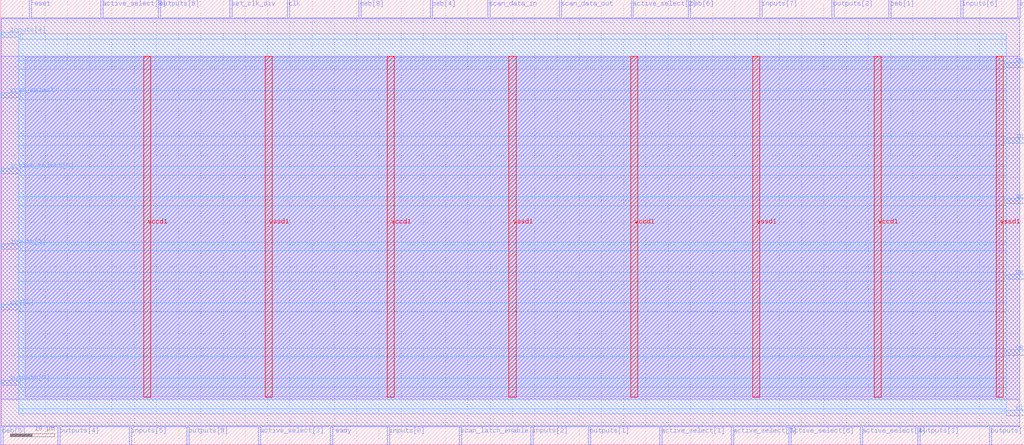
<source format=lef>
VERSION 5.7 ;
  NOWIREEXTENSIONATPIN ON ;
  DIVIDERCHAR "/" ;
  BUSBITCHARS "[]" ;
MACRO scan_controller
  CLASS BLOCK ;
  FOREIGN scan_controller ;
  ORIGIN 0.000 0.000 ;
  SIZE 230.000 BY 100.000 ;
  PIN active_select[0]
    DIRECTION INPUT ;
    USE SIGNAL ;
    PORT
      LAYER met3 ;
        RECT 0.000 60.940 4.000 62.140 ;
    END
  END active_select[0]
  PIN active_select[1]
    DIRECTION INPUT ;
    USE SIGNAL ;
    PORT
      LAYER met2 ;
        RECT 148.070 0.000 148.630 4.000 ;
    END
  END active_select[1]
  PIN active_select[2]
    DIRECTION INPUT ;
    USE SIGNAL ;
    PORT
      LAYER met2 ;
        RECT 141.630 96.000 142.190 100.000 ;
    END
  END active_select[2]
  PIN active_select[3]
    DIRECTION INPUT ;
    USE SIGNAL ;
    PORT
      LAYER met2 ;
        RECT 57.910 0.000 58.470 4.000 ;
    END
  END active_select[3]
  PIN active_select[4]
    DIRECTION INPUT ;
    USE SIGNAL ;
    PORT
      LAYER met2 ;
        RECT 193.150 0.000 193.710 4.000 ;
    END
  END active_select[4]
  PIN active_select[5]
    DIRECTION INPUT ;
    USE SIGNAL ;
    PORT
      LAYER met2 ;
        RECT 22.490 96.000 23.050 100.000 ;
    END
  END active_select[5]
  PIN active_select[6]
    DIRECTION INPUT ;
    USE SIGNAL ;
    PORT
      LAYER met2 ;
        RECT 177.050 0.000 177.610 4.000 ;
    END
  END active_select[6]
  PIN active_select[7]
    DIRECTION INPUT ;
    USE SIGNAL ;
    PORT
      LAYER met2 ;
        RECT 164.170 0.000 164.730 4.000 ;
    END
  END active_select[7]
  PIN active_select[8]
    DIRECTION INPUT ;
    USE SIGNAL ;
    PORT
      LAYER met3 ;
        RECT 226.000 54.140 230.000 55.340 ;
    END
  END active_select[8]
  PIN clk
    DIRECTION INPUT ;
    USE SIGNAL ;
    PORT
      LAYER met2 ;
        RECT 64.350 96.000 64.910 100.000 ;
    END
  END clk
  PIN inputs[0]
    DIRECTION INPUT ;
    USE SIGNAL ;
    PORT
      LAYER met2 ;
        RECT 86.890 0.000 87.450 4.000 ;
    END
  END inputs[0]
  PIN inputs[1]
    DIRECTION INPUT ;
    USE SIGNAL ;
    PORT
      LAYER met3 ;
        RECT 0.000 43.940 4.000 45.140 ;
    END
  END inputs[1]
  PIN inputs[2]
    DIRECTION INPUT ;
    USE SIGNAL ;
    PORT
      LAYER met2 ;
        RECT 119.090 0.000 119.650 4.000 ;
    END
  END inputs[2]
  PIN inputs[3]
    DIRECTION INPUT ;
    USE SIGNAL ;
    PORT
      LAYER met3 ;
        RECT 226.000 67.740 230.000 68.940 ;
    END
  END inputs[3]
  PIN inputs[4]
    DIRECTION INPUT ;
    USE SIGNAL ;
    PORT
      LAYER met3 ;
        RECT 0.000 91.540 4.000 92.740 ;
    END
  END inputs[4]
  PIN inputs[5]
    DIRECTION INPUT ;
    USE SIGNAL ;
    PORT
      LAYER met2 ;
        RECT 28.930 0.000 29.490 4.000 ;
    END
  END inputs[5]
  PIN inputs[6]
    DIRECTION INPUT ;
    USE SIGNAL ;
    PORT
      LAYER met2 ;
        RECT 215.690 96.000 216.250 100.000 ;
    END
  END inputs[6]
  PIN inputs[7]
    DIRECTION INPUT ;
    USE SIGNAL ;
    PORT
      LAYER met2 ;
        RECT 170.610 96.000 171.170 100.000 ;
    END
  END inputs[7]
  PIN oeb[0]
    DIRECTION OUTPUT TRISTATE ;
    USE SIGNAL ;
    PORT
      LAYER met3 ;
        RECT 226.000 20.140 230.000 21.340 ;
    END
  END oeb[0]
  PIN oeb[1]
    DIRECTION OUTPUT TRISTATE ;
    USE SIGNAL ;
    PORT
      LAYER met2 ;
        RECT 199.590 96.000 200.150 100.000 ;
    END
  END oeb[1]
  PIN oeb[2]
    DIRECTION OUTPUT TRISTATE ;
    USE SIGNAL ;
    PORT
      LAYER met3 ;
        RECT 0.000 30.340 4.000 31.540 ;
    END
  END oeb[2]
  PIN oeb[3]
    DIRECTION OUTPUT TRISTATE ;
    USE SIGNAL ;
    PORT
      LAYER met3 ;
        RECT 226.000 84.740 230.000 85.940 ;
    END
  END oeb[3]
  PIN oeb[4]
    DIRECTION OUTPUT TRISTATE ;
    USE SIGNAL ;
    PORT
      LAYER met2 ;
        RECT 96.550 96.000 97.110 100.000 ;
    END
  END oeb[4]
  PIN oeb[5]
    DIRECTION OUTPUT TRISTATE ;
    USE SIGNAL ;
    PORT
      LAYER met2 ;
        RECT -0.050 0.000 0.510 4.000 ;
    END
  END oeb[5]
  PIN oeb[6]
    DIRECTION OUTPUT TRISTATE ;
    USE SIGNAL ;
    PORT
      LAYER met2 ;
        RECT 154.510 96.000 155.070 100.000 ;
    END
  END oeb[6]
  PIN oeb[7]
    DIRECTION OUTPUT TRISTATE ;
    USE SIGNAL ;
    PORT
      LAYER met3 ;
        RECT 226.000 37.140 230.000 38.340 ;
    END
  END oeb[7]
  PIN oeb[8]
    DIRECTION OUTPUT TRISTATE ;
    USE SIGNAL ;
    PORT
      LAYER met2 ;
        RECT 80.450 96.000 81.010 100.000 ;
    END
  END oeb[8]
  PIN outputs[0]
    DIRECTION OUTPUT TRISTATE ;
    USE SIGNAL ;
    PORT
      LAYER met3 ;
        RECT 0.000 13.340 4.000 14.540 ;
    END
  END outputs[0]
  PIN outputs[1]
    DIRECTION OUTPUT TRISTATE ;
    USE SIGNAL ;
    PORT
      LAYER met2 ;
        RECT 131.970 0.000 132.530 4.000 ;
    END
  END outputs[1]
  PIN outputs[2]
    DIRECTION OUTPUT TRISTATE ;
    USE SIGNAL ;
    PORT
      LAYER met2 ;
        RECT 186.710 96.000 187.270 100.000 ;
    END
  END outputs[2]
  PIN outputs[3]
    DIRECTION OUTPUT TRISTATE ;
    USE SIGNAL ;
    PORT
      LAYER met2 ;
        RECT 206.030 0.000 206.590 4.000 ;
    END
  END outputs[3]
  PIN outputs[4]
    DIRECTION OUTPUT TRISTATE ;
    USE SIGNAL ;
    PORT
      LAYER met2 ;
        RECT 12.830 0.000 13.390 4.000 ;
    END
  END outputs[4]
  PIN outputs[5]
    DIRECTION OUTPUT TRISTATE ;
    USE SIGNAL ;
    PORT
      LAYER met2 ;
        RECT 41.810 0.000 42.370 4.000 ;
    END
  END outputs[5]
  PIN outputs[6]
    DIRECTION OUTPUT TRISTATE ;
    USE SIGNAL ;
    PORT
      LAYER met2 ;
        RECT 35.370 96.000 35.930 100.000 ;
    END
  END outputs[6]
  PIN outputs[7]
    DIRECTION OUTPUT TRISTATE ;
    USE SIGNAL ;
    PORT
      LAYER met2 ;
        RECT 222.130 0.000 222.690 4.000 ;
    END
  END outputs[7]
  PIN ready
    DIRECTION OUTPUT TRISTATE ;
    USE SIGNAL ;
    PORT
      LAYER met2 ;
        RECT 74.010 0.000 74.570 4.000 ;
    END
  END ready
  PIN reset
    DIRECTION INPUT ;
    USE SIGNAL ;
    PORT
      LAYER met2 ;
        RECT 6.390 96.000 6.950 100.000 ;
    END
  END reset
  PIN scan_clk
    DIRECTION OUTPUT TRISTATE ;
    USE SIGNAL ;
    PORT
      LAYER met2 ;
        RECT 228.570 96.000 229.130 100.000 ;
    END
  END scan_clk
  PIN scan_data_in
    DIRECTION INPUT ;
    USE SIGNAL ;
    PORT
      LAYER met2 ;
        RECT 109.430 96.000 109.990 100.000 ;
    END
  END scan_data_in
  PIN scan_data_out
    DIRECTION OUTPUT TRISTATE ;
    USE SIGNAL ;
    PORT
      LAYER met2 ;
        RECT 125.530 96.000 126.090 100.000 ;
    END
  END scan_data_out
  PIN scan_latch_enable
    DIRECTION OUTPUT TRISTATE ;
    USE SIGNAL ;
    PORT
      LAYER met2 ;
        RECT 102.990 0.000 103.550 4.000 ;
    END
  END scan_latch_enable
  PIN scan_select
    DIRECTION OUTPUT TRISTATE ;
    USE SIGNAL ;
    PORT
      LAYER met3 ;
        RECT 0.000 77.940 4.000 79.140 ;
    END
  END scan_select
  PIN set_clk_div
    DIRECTION INPUT ;
    USE SIGNAL ;
    PORT
      LAYER met2 ;
        RECT 51.470 96.000 52.030 100.000 ;
    END
  END set_clk_div
  PIN slow_clk
    DIRECTION OUTPUT TRISTATE ;
    USE SIGNAL ;
    PORT
      LAYER met3 ;
        RECT 226.000 6.540 230.000 7.740 ;
    END
  END slow_clk
  PIN vccd1
    DIRECTION INOUT ;
    USE POWER ;
    PORT
      LAYER met4 ;
        RECT 32.090 10.640 33.690 87.280 ;
    END
    PORT
      LAYER met4 ;
        RECT 86.830 10.640 88.430 87.280 ;
    END
    PORT
      LAYER met4 ;
        RECT 141.570 10.640 143.170 87.280 ;
    END
    PORT
      LAYER met4 ;
        RECT 196.310 10.640 197.910 87.280 ;
    END
  END vccd1
  PIN vssd1
    DIRECTION INOUT ;
    USE GROUND ;
    PORT
      LAYER met4 ;
        RECT 59.460 10.640 61.060 87.280 ;
    END
    PORT
      LAYER met4 ;
        RECT 114.200 10.640 115.800 87.280 ;
    END
    PORT
      LAYER met4 ;
        RECT 168.940 10.640 170.540 87.280 ;
    END
    PORT
      LAYER met4 ;
        RECT 223.680 10.640 225.280 87.280 ;
    END
  END vssd1
  OBS
      LAYER li1 ;
        RECT 5.520 10.795 224.480 87.125 ;
      LAYER met1 ;
        RECT 0.070 10.240 229.010 87.280 ;
      LAYER met2 ;
        RECT 0.100 95.720 6.110 96.000 ;
        RECT 7.230 95.720 22.210 96.000 ;
        RECT 23.330 95.720 35.090 96.000 ;
        RECT 36.210 95.720 51.190 96.000 ;
        RECT 52.310 95.720 64.070 96.000 ;
        RECT 65.190 95.720 80.170 96.000 ;
        RECT 81.290 95.720 96.270 96.000 ;
        RECT 97.390 95.720 109.150 96.000 ;
        RECT 110.270 95.720 125.250 96.000 ;
        RECT 126.370 95.720 141.350 96.000 ;
        RECT 142.470 95.720 154.230 96.000 ;
        RECT 155.350 95.720 170.330 96.000 ;
        RECT 171.450 95.720 186.430 96.000 ;
        RECT 187.550 95.720 199.310 96.000 ;
        RECT 200.430 95.720 215.410 96.000 ;
        RECT 216.530 95.720 228.290 96.000 ;
        RECT 0.100 4.280 228.980 95.720 ;
        RECT 0.790 4.000 12.550 4.280 ;
        RECT 13.670 4.000 28.650 4.280 ;
        RECT 29.770 4.000 41.530 4.280 ;
        RECT 42.650 4.000 57.630 4.280 ;
        RECT 58.750 4.000 73.730 4.280 ;
        RECT 74.850 4.000 86.610 4.280 ;
        RECT 87.730 4.000 102.710 4.280 ;
        RECT 103.830 4.000 118.810 4.280 ;
        RECT 119.930 4.000 131.690 4.280 ;
        RECT 132.810 4.000 147.790 4.280 ;
        RECT 148.910 4.000 163.890 4.280 ;
        RECT 165.010 4.000 176.770 4.280 ;
        RECT 177.890 4.000 192.870 4.280 ;
        RECT 193.990 4.000 205.750 4.280 ;
        RECT 206.870 4.000 221.850 4.280 ;
        RECT 222.970 4.000 228.980 4.280 ;
      LAYER met3 ;
        RECT 4.400 91.140 226.010 92.305 ;
        RECT 4.000 86.340 226.010 91.140 ;
        RECT 4.000 84.340 225.600 86.340 ;
        RECT 4.000 79.540 226.010 84.340 ;
        RECT 4.400 77.540 226.010 79.540 ;
        RECT 4.000 69.340 226.010 77.540 ;
        RECT 4.000 67.340 225.600 69.340 ;
        RECT 4.000 62.540 226.010 67.340 ;
        RECT 4.400 60.540 226.010 62.540 ;
        RECT 4.000 55.740 226.010 60.540 ;
        RECT 4.000 53.740 225.600 55.740 ;
        RECT 4.000 45.540 226.010 53.740 ;
        RECT 4.400 43.540 226.010 45.540 ;
        RECT 4.000 38.740 226.010 43.540 ;
        RECT 4.000 36.740 225.600 38.740 ;
        RECT 4.000 31.940 226.010 36.740 ;
        RECT 4.400 29.940 226.010 31.940 ;
        RECT 4.000 21.740 226.010 29.940 ;
        RECT 4.000 19.740 225.600 21.740 ;
        RECT 4.000 14.940 226.010 19.740 ;
        RECT 4.400 12.940 226.010 14.940 ;
        RECT 4.000 8.140 226.010 12.940 ;
        RECT 4.000 6.975 225.600 8.140 ;
  END
END scan_controller
END LIBRARY


</source>
